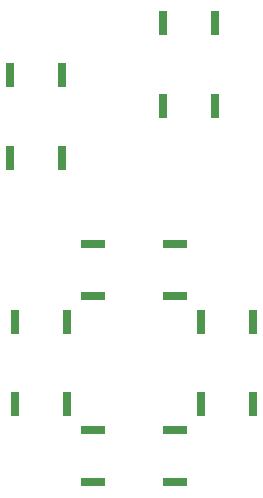
<source format=gtp>
%TF.GenerationSoftware,KiCad,Pcbnew,(5.1.10)-1*%
%TF.CreationDate,2021-06-21T12:52:34-07:00*%
%TF.ProjectId,tactileAGB,74616374-696c-4654-9147-422e6b696361,1.0*%
%TF.SameCoordinates,Original*%
%TF.FileFunction,Paste,Top*%
%TF.FilePolarity,Positive*%
%FSLAX46Y46*%
G04 Gerber Fmt 4.6, Leading zero omitted, Abs format (unit mm)*
G04 Created by KiCad (PCBNEW (5.1.10)-1) date 2021-06-21 12:52:34*
%MOMM*%
%LPD*%
G01*
G04 APERTURE LIST*
%ADD10R,0.700000X2.000000*%
%ADD11R,2.000000X0.700000*%
G04 APERTURE END LIST*
D10*
%TO.C,A*%
X62382502Y-38849810D03*
X62382502Y-31849810D03*
X66782502Y-31849810D03*
X66782502Y-38849810D03*
%TD*%
%TO.C,B*%
X79715793Y-27414962D03*
X79715793Y-34414962D03*
X75315793Y-34414962D03*
X75315793Y-27414962D03*
%TD*%
D11*
%TO.C,\u2191*%
X69347007Y-61873175D03*
X76347007Y-61873175D03*
X76347007Y-66273175D03*
X69347007Y-66273175D03*
%TD*%
D10*
%TO.C,\u2191*%
X67179507Y-52705675D03*
X67179507Y-59705675D03*
X62779507Y-59705675D03*
X62779507Y-52705675D03*
%TD*%
%TO.C,\u2191*%
X78514507Y-59705675D03*
X78514507Y-52705675D03*
X82914507Y-52705675D03*
X82914507Y-59705675D03*
%TD*%
D11*
%TO.C,\u2191*%
X76347007Y-50538175D03*
X69347007Y-50538175D03*
X69347007Y-46138175D03*
X76347007Y-46138175D03*
%TD*%
M02*

</source>
